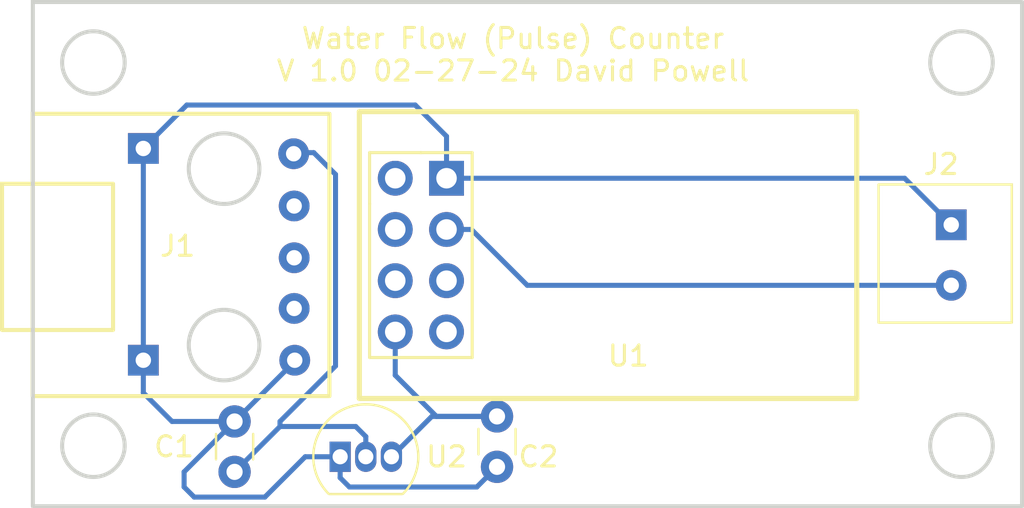
<source format=kicad_pcb>
(kicad_pcb (version 20211014) (generator pcbnew)
  (layers (0 "F.Cu" signal) (31 "B.Cu" signal) (36 "B.SilkS" user "B.Silkscreen") (37 "F.SilkS" user "F.Silkscreen") (38 "B.Mask" user) (39 "F.Mask" user) (44 "Edge.Cuts" user))
  (net 0 "")
  (net 1 "Net-(U2-Pad2)")
  (net 5 "Earth")
  (net 6 "Net-(J2-Pad2)")
  (net 12 "Net-(U1-Pad8)")
  (footprint "Capacitor_THT:C_Disc_D3.0mm_W1.6mm_P2.50mm" (layer "F.Cu") (at 147.9924 120.5476 -90)
    (fp_text reference "C2" (at 2 -2.05 180) (layer "F.SilkS"))
    (fp_text value "0.1")
    (fp_line (start 0.621 0.92) (end 1.879 0.92) (layer "F.SilkS") (width 0.12))
    (fp_line (start 0.621 -0.92) (end 1.879 -0.92) (layer "F.SilkS") (width 0.12))
    (pad "1" thru_hole circle (at 0 0 270) (size 1.6 1.6) (drill 0.8) (layers *.Cu *.Mask) (net 12 "Net-(U1-Pad8)"))
    (pad "2" thru_hole circle (at 2.5 0 270) (size 1.6 1.6) (drill 0.8) (layers *.Cu *.Mask) (net 5 "Earth"))
  )
  (footprint "ESP8266:ESP8266-01s" (layer "F.Cu") (at 142.9514 108.7376)
    (fp_text reference "U1" (at 11.541 8.81) (layer "F.SilkS"))
    (fp_text value "ESP8266-01s")
    (fp_line (start -1.778 10.922) (end -1.778 -3.302) (layer "F.SilkS") (width 0.254))
    (fp_line (start -1.778 -3.302) (end 22.86 -3.302) (layer "F.SilkS") (width 0.254))
    (fp_line (start 22.86 10.922) (end -1.778 10.922) (layer "F.SilkS") (width 0.254))
    (fp_line (start 3.81 -1.27) (end 1.27 -1.27) (layer "F.SilkS") (width 0.1524))
    (fp_line (start 3.81 8.89) (end 3.81 -1.27) (layer "F.SilkS") (width 0.1524))
    (fp_line (start -1.27 1.27) (end -1.27 8.89) (layer "F.SilkS") (width 0.1524))
    (fp_line (start 1.27 -1.27) (end -1.27 -1.27) (layer "F.SilkS") (width 0.1524))
    (fp_line (start 22.86 -3.302) (end 22.86 10.922) (layer "F.SilkS") (width 0.254))
    (fp_line (start -1.27 -1.27) (end -1.27 1.27) (layer "F.SilkS") (width 0.1524))
    (fp_line (start -1.27 8.89) (end 3.81 8.89) (layer "F.SilkS") (width 0.1524))
    (pad "1" thru_hole rect (at 2.54 0) (size 1.7272 1.7272) (drill 1.016) (layers *.Cu *.Mask) (net 5 "Earth"))
    (pad "2" thru_hole oval (at 0 0) (size 1.7272 1.7272) (drill 1.016) (layers *.Cu *.Mask))
    (pad "3" thru_hole oval (at 2.54 2.54) (size 1.7272 1.7272) (drill 1.016) (layers *.Cu *.Mask) (net 6 "Net-(J2-Pad2)"))
    (pad "4" thru_hole oval (at 0 2.54) (size 1.7272 1.7272) (drill 1.016) (layers *.Cu *.Mask))
    (pad "5" thru_hole oval (at 2.54 5.08) (size 1.7272 1.7272) (drill 1.016) (layers *.Cu *.Mask))
    (pad "6" thru_hole oval (at 0 5.08) (size 1.7272 1.7272) (drill 1.016) (layers *.Cu *.Mask))
    (pad "7" thru_hole oval (at 2.54 7.62) (size 1.7272 1.7272) (drill 1.016) (layers *.Cu *.Mask))
    (pad "8" thru_hole oval (at 0 7.62) (size 1.7272 1.7272) (drill 1.016) (layers *.Cu *.Mask) (net 12 "Net-(U1-Pad8)"))
  )
  (footprint "TerminalBlock:Screw Terminal Block P3mm W685 H660" (layer "F.Cu") (at 170.4924 111.0476 -90)
    (fp_text reference "J2" (at -3 0.5 unlocked) (layer "F.SilkS"))
    (fp_text value "Screw_Terminal_01x02")
    (fp_rect (start -2 -3) (end 4.85 3.6) (layer "F.SilkS") (width 0.12) (fill none))
    (pad "1" thru_hole rect (at 0 0 270) (size 1.524 1.524) (drill 0.762) (layers *.Cu *.Mask) (net 5 "Earth"))
    (pad "2" thru_hole circle (at 3 0 270) (size 1.524 1.524) (drill 0.762) (layers *.Cu *.Mask) (net 6 "Net-(J2-Pad2)"))
  )
  (footprint "Package_TO_SOT_THT:TO-92_Inline" (layer "F.Cu") (at 140.2224 122.5476)
    (fp_text reference "U2" (at 5.27 0) (layer "F.SilkS"))
    (fp_text value "MCP1700x-330xxTO" hide)
    (fp_line (start -0.53 1.85) (end 3.07 1.85) (layer "F.SilkS") (width 0.12))
    (fp_arc (start 1.27 -2.6) (mid 3.672087 -0.994977) (end 3.108478 1.838478) (layer "F.SilkS") (width 0.12))
    (fp_arc (start -0.568478 1.838478) (mid -1.132087 -0.994977) (end 1.27 -2.6) (layer "F.SilkS") (width 0.12))
    (pad "1" thru_hole rect (at 0 0) (size 1.05 1.5) (drill 0.75) (layers *.Cu *.Mask) (net 5 "Earth"))
    (pad "2" thru_hole oval (at 1.27 0) (size 1.05 1.5) (drill 0.75) (layers *.Cu *.Mask) (net 1 "Net-(U2-Pad2)"))
    (pad "3" thru_hole oval (at 2.54 0) (size 1.05 1.5) (drill 0.75) (layers *.Cu *.Mask) (net 12 "Net-(U1-Pad8)"))
  )
  (footprint "Capacitor_THT:C_Disc_D3.0mm_W1.6mm_P2.50mm" (layer "F.Cu") (at 134.9924 123.2976 90)
    (fp_text reference "C1" (at 1.25 -3 180) (layer "F.SilkS"))
    (fp_text value "0.1")
    (fp_line (start 0.621 -0.92) (end 1.879 -0.92) (layer "F.SilkS") (width 0.12))
    (fp_line (start 0.621 0.92) (end 1.879 0.92) (layer "F.SilkS") (width 0.12))
    (pad "1" thru_hole circle (at 0 0 90) (size 1.6 1.6) (drill 0.8) (layers *.Cu *.Mask) (net 1 "Net-(U2-Pad2)"))
    (pad "2" thru_hole circle (at 2.5 0 90) (size 1.6 1.6) (drill 0.8) (layers *.Cu *.Mask) (net 5 "Earth"))
  )
  (footprint "Connector_USB:HW-769 Mini USB Socket Board" (layer "F.Cu") (at 139.7226 119.5116)
    (fp_text reference "J1" (at -7.55 -7.41 unlocked) (layer "F.SilkS"))
    (fp_text value "USB_B_Micro" hide)
    (fp_rect (start -14.732 -13.97) (end -0.032 0.03) (layer "F.SilkS") (width 0.2) (fill none))
    (fp_rect (start -16.25 -10.5) (end -10.75 -3.25) (layer "F.SilkS") (width 0.2) (fill none))
    (fp_circle (center -5.25 -2.5) (end -3.5 -2.5) (layer "Edge.Cuts") (width 0.2) (fill none))
    (fp_circle (center -5.25 -11.25) (end -3.5 -11.25) (layer "Edge.Cuts") (width 0.2) (fill none))
    (pad "1" thru_hole circle (at -1.8034 -11.9888) (size 1.524 1.524) (drill 0.762) (layers *.Cu *.Mask) (net 1 "Net-(U2-Pad2)"))
    (pad "2" thru_hole circle (at -1.778 -9.398) (size 1.524 1.524) (drill 0.762) (layers *.Cu *.Mask))
    (pad "3" thru_hole circle (at -1.778 -6.83) (size 1.524 1.524) (drill 0.762) (layers *.Cu *.Mask))
    (pad "4" thru_hole circle (at -1.778 -4.318) (size 1.524 1.524) (drill 0.762) (layers *.Cu *.Mask))
    (pad "5" thru_hole circle (at -1.75 -1.75) (size 1.524 1.524) (drill 0.762) (layers *.Cu *.Mask) (net 5 "Earth"))
    (pad "6" thru_hole rect (at -9.25 -1.75) (size 1.524 1.524) (drill 0.762) (layers *.Cu *.Mask) (net 5 "Earth"))
    (pad "7" thru_hole rect (at -9.25 -12.25) (size 1.524 1.524) (drill 0.762) (layers *.Cu *.Mask) (net 5 "Earth"))
  )
  (gr_circle (center 171 103) (end 172.55 103) (layer "Edge.Cuts") (width 0.2) (fill none))
  (gr_rect (start 125 100) (end 174 125) (layer "Edge.Cuts") (width 0.2) (fill none))
  (gr_circle (center 128 122) (end 129.55 122) (layer "Edge.Cuts") (width 0.2) (fill none))
  (gr_circle (center 171 122) (end 172.55 122) (layer "Edge.Cuts") (width 0.2) (fill none))
  (gr_circle (center 128 103) (end 129.55 103) (layer "Edge.Cuts") (width 0.2) (fill none))
  (gr_text "Water Flow (Pulse) Counter\nV 1.0 02-27-24 David Powell" (at 148.7846 102.6112) (layer "F.SilkS") (effects (font (size 1 1))))
  (segment (start 137.2424 120.7976) (end 139.9924 118.0476) (width 0.25) (layer "B.Cu") (net 1))
  (segment (start 139.9924 118.0476) (end 139.9924 108.5476) (width 0.25) (layer "B.Cu") (net 1))
  (segment (start 141.4924 121.5476) (end 141.4924 122.5476) (width 0.25) (layer "B.Cu") (net 1))
  (segment (start 137.2424 121.0476) (end 137.2424 120.7976) (width 0.25) (layer "B.Cu") (net 1))
  (segment (start 137.2424 121.0476) (end 140.9924 121.0476) (width 0.25) (layer "B.Cu") (net 1))
  (segment (start 134.9924 123.2976) (end 137.2424 121.0476) (width 0.25) (layer "B.Cu") (net 1))
  (segment (start 139.9924 108.5476) (end 138.9136 107.4688) (width 0.25) (layer "B.Cu") (net 1))
  (segment (start 138.9136 107.4688) (end 137.739 107.4688) (width 0.25) (layer "B.Cu") (net 1))
  (segment (start 140.9924 121.0476) (end 141.4924 121.5476) (width 0.25) (layer "B.Cu") (net 1))
  (segment (start 130.4726 119.3772) (end 130.4726 117.7616) (width 0.25) (layer "B.Cu") (net 5))
  (segment (start 134.9924 120.7976) (end 137.7924 117.9976) (width 0.25) (layer "B.Cu") (net 5))
  (segment (start 132.4924 123.2976) (end 134.9924 120.7976) (width 0.25) (layer "B.Cu") (net 5))
  (segment (start 145.4914 106.6592) (end 145.4914 108.7376) (width 0.25) (layer "B.Cu") (net 5))
  (segment (start 130.4726 107.2616) (end 132.6256 105.1086) (width 0.25) (layer "B.Cu") (net 5))
  (segment (start 136.4924 124.5476) (end 132.9924 124.5476) (width 0.25) (layer "B.Cu") (net 5))
  (segment (start 132.6256 105.1086) (end 143.9408 105.1086) (width 0.25) (layer "B.Cu") (net 5))
  (segment (start 132.9924 124.5476) (end 132.4924 124.0476) (width 0.25) (layer "B.Cu") (net 5))
  (segment (start 140.6808 124.0476) (end 140.2224 123.5892) (width 0.25) (layer "B.Cu") (net 5))
  (segment (start 168.1824 108.7376) (end 170.4924 111.0476) (width 0.25) (layer "B.Cu") (net 5))
  (segment (start 147.9924 123.0476) (end 146.9924 124.0476) (width 0.25) (layer "B.Cu") (net 5))
  (segment (start 134.9924 120.7976) (end 131.893 120.7976) (width 0.25) (layer "B.Cu") (net 5))
  (segment (start 140.2224 123.5892) (end 140.2224 122.5476) (width 0.25) (layer "B.Cu") (net 5))
  (segment (start 131.893 120.7976) (end 130.4726 119.3772) (width 0.25) (layer "B.Cu") (net 5))
  (segment (start 140.2224 122.5476) (end 138.4924 122.5476) (width 0.25) (layer "B.Cu") (net 5))
  (segment (start 138.4924 122.5476) (end 136.4924 124.5476) (width 0.25) (layer "B.Cu") (net 5))
  (segment (start 143.9408 105.1086) (end 145.4914 106.6592) (width 0.25) (layer "B.Cu") (net 5))
  (segment (start 146.9924 124.0476) (end 140.6808 124.0476) (width 0.25) (layer "B.Cu") (net 5))
  (segment (start 137.7924 117.9976) (end 137.7924 117.7076) (width 0.25) (layer "B.Cu") (net 5))
  (segment (start 130.4726 107.2616) (end 130.4726 117.7616) (width 0.25) (layer "B.Cu") (net 5))
  (segment (start 145.4914 108.7376) (end 168.1824 108.7376) (width 0.25) (layer "B.Cu") (net 5))
  (segment (start 132.4924 124.0476) (end 132.4924 123.2976) (width 0.25) (layer "B.Cu") (net 5))
  (segment (start 149.4924 114.0476) (end 170.4924 114.0476) (width 0.25) (layer "B.Cu") (net 6))
  (segment (start 146.7224 111.2776) (end 149.4924 114.0476) (width 0.25) (layer "B.Cu") (net 6))
  (segment (start 145.4914 111.2776) (end 146.7224 111.2776) (width 0.25) (layer "B.Cu") (net 6))
  (segment (start 144.7624 120.5476) (end 142.7624 122.5476) (width 0.25) (layer "B.Cu") (net 12))
  (segment (start 147.9924 120.5476) (end 144.9924 120.5476) (width 0.25) (layer "B.Cu") (net 12))
  (segment (start 144.9924 120.5476) (end 142.9514 118.5066) (width 0.25) (layer "B.Cu") (net 12))
  (segment (start 147.9924 120.5476) (end 144.7624 120.5476) (width 0.25) (layer "B.Cu") (net 12))
  (segment (start 142.9514 118.5066) (end 142.9514 116.3576) (width 0.25) (layer "B.Cu") (net 12))
)
</source>
